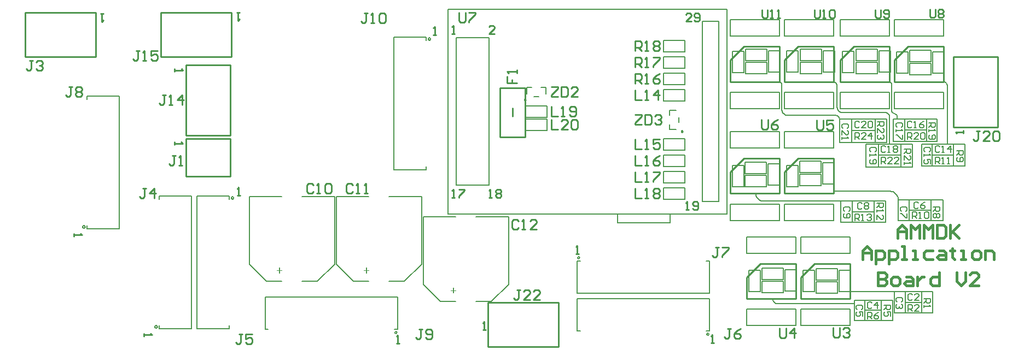
<source format=gto>
G04*
G04 #@! TF.GenerationSoftware,Altium Limited,Altium Designer,18.0.12 (696)*
G04*
G04 Layer_Color=65535*
%FSLAX25Y25*%
%MOIN*%
G70*
G01*
G75*
%ADD10C,0.00600*%
%ADD11C,0.00984*%
%ADD12C,0.01000*%
%ADD13C,0.00787*%
%ADD14C,0.01500*%
%ADD15C,0.00800*%
G36*
X379769Y193985D02*
X381174D01*
Y193392D01*
X379769D01*
Y192000D01*
X379183D01*
Y193392D01*
X377791D01*
Y193985D01*
X379183D01*
Y195377D01*
X379769D01*
Y193985D01*
D02*
G37*
G36*
X326769Y206300D02*
X328174D01*
Y205707D01*
X326769D01*
Y204315D01*
X326183D01*
Y205707D01*
X324791D01*
Y206300D01*
X326183D01*
Y207692D01*
X326769D01*
Y206300D01*
D02*
G37*
G36*
X273769D02*
X275174D01*
Y205707D01*
X273769D01*
Y204315D01*
X273183D01*
Y205707D01*
X271791D01*
Y206300D01*
X273183D01*
Y207692D01*
X273769D01*
Y206300D01*
D02*
G37*
D10*
X579600Y319665D02*
X579147Y320759D01*
X578052Y321213D01*
X680400Y318813D02*
X680217Y319731D01*
X679697Y320510D01*
X678918Y321030D01*
X678000Y321213D01*
X646500Y319765D02*
X646076Y320789D01*
X645052Y321213D01*
X646500Y303400D02*
X646939Y302339D01*
X648000Y301900D01*
X649900Y300000D02*
X649645Y300950D01*
X648950Y301645D01*
X648000Y301900D01*
X613200Y319065D02*
X612912Y320139D01*
X612126Y320925D01*
X611052Y321213D01*
X613200Y305700D02*
X613362Y304680D01*
X613830Y303760D01*
X614560Y303030D01*
X615480Y302561D01*
X616500Y302400D01*
X645300Y299800D02*
X645102Y300795D01*
X644538Y301639D01*
X643695Y302202D01*
X642700Y302400D01*
X579600Y304100D02*
X579766Y303049D01*
X580249Y302101D01*
X581002Y301349D01*
X581949Y300866D01*
X583000Y300700D01*
X614700Y298400D02*
X614525Y299280D01*
X614026Y300026D01*
X613280Y300525D01*
X612400Y300700D01*
X621600Y193100D02*
X621500Y193000D01*
X573900Y188713D02*
X574043Y187813D01*
X574456Y187001D01*
X575101Y186356D01*
X575913Y185943D01*
X576813Y185800D01*
X611100Y254400D02*
X611000Y254300D01*
X650400Y249400D02*
X650304Y250376D01*
X650019Y251313D01*
X649557Y252178D01*
X648936Y252936D01*
X648178Y253557D01*
X647313Y254019D01*
X646376Y254304D01*
X645400Y254400D01*
X563700Y252900D02*
X563810Y251921D01*
X564136Y250991D01*
X564660Y250157D01*
X565357Y249460D01*
X566191Y248936D01*
X567121Y248610D01*
X568100Y248500D01*
X365598Y347370D02*
X365054Y348119D01*
X364174Y347833D01*
Y346907D01*
X365054Y346621D01*
X365598Y347370D01*
X345158Y168189D02*
X344613Y168938D01*
X343733Y168652D01*
Y167726D01*
X344613Y167440D01*
X345158Y168189D01*
X154976Y232630D02*
X154432Y233379D01*
X153552Y233093D01*
Y232167D01*
X154432Y231881D01*
X154976Y232630D01*
X456480Y213811D02*
X455936Y214560D01*
X455056Y214274D01*
Y213348D01*
X455936Y213062D01*
X456480Y213811D01*
X535220Y167189D02*
X534676Y167938D01*
X533796Y167652D01*
Y166726D01*
X534676Y166440D01*
X535220Y167189D01*
X245598Y250370D02*
X245054Y251119D01*
X244174Y250833D01*
Y249907D01*
X245054Y249621D01*
X245598Y250370D01*
X198976Y171630D02*
X198432Y172379D01*
X197552Y172093D01*
Y171167D01*
X198432Y170881D01*
X198976Y171630D01*
X579600Y315300D02*
Y319665D01*
X680400Y283300D02*
Y318813D01*
X646500Y303400D02*
Y319765D01*
X649900Y298500D02*
Y300000D01*
X613200Y305700D02*
Y319065D01*
X616500Y302400D02*
X642700D01*
X645300Y283200D02*
Y299800D01*
X579600Y304100D02*
Y315300D01*
X583000Y300700D02*
X612400D01*
X621600Y193100D02*
X648000D01*
X576813Y185800D02*
X623800D01*
X611100Y254400D02*
X645400D01*
X650400Y249200D02*
Y249400D01*
X568100Y248500D02*
X615600D01*
X654700Y186550D02*
X664700D01*
X654700Y180000D02*
Y193100D01*
X664700Y180000D02*
Y193100D01*
X630200Y181700D02*
X640100D01*
Y175400D02*
Y187800D01*
X630200Y175400D02*
Y187800D01*
X622400Y241950D02*
X635800D01*
Y235400D02*
Y248500D01*
X654400Y291700D02*
X667800D01*
X638500Y276400D02*
X652300D01*
Y269300D02*
Y283200D01*
X638500Y269300D02*
Y283200D01*
X671300Y276500D02*
X684300D01*
X622400Y235400D02*
Y248500D01*
X657200Y242800D02*
X670600D01*
Y236400D02*
Y249200D01*
X657200Y236400D02*
Y249200D01*
X684300Y269700D02*
Y283300D01*
X671300Y269700D02*
Y283300D01*
X667800Y284900D02*
Y298500D01*
X654400Y284900D02*
Y298500D01*
X622000Y291600D02*
X636400D01*
X622000Y284300D02*
Y298400D01*
X636400Y284300D02*
Y298400D01*
X614700Y284300D02*
Y298400D01*
X643600D01*
Y284300D02*
Y298400D01*
X614700Y284300D02*
X643600D01*
X647500Y284900D02*
Y298500D01*
Y284900D02*
X674200D01*
Y298500D01*
X647500D02*
X674200D01*
X648000Y180000D02*
Y193100D01*
Y180000D02*
X671600D01*
Y193100D01*
X648000D02*
X671600D01*
X623800Y175400D02*
Y187800D01*
X647000D01*
Y175400D02*
Y187800D01*
X623800Y175400D02*
X647000D01*
X650400Y249200D02*
X677700D01*
Y236400D02*
Y249200D01*
X650400Y236400D02*
X677700D01*
X650400D02*
Y249200D01*
X615600Y248500D02*
X642900D01*
Y235400D02*
Y248500D01*
X615600Y235400D02*
X642900D01*
X615600D02*
Y248500D01*
X664900Y269700D02*
Y283300D01*
X691200D01*
Y269700D02*
Y283300D01*
X664900Y269700D02*
X691200D01*
X630900Y269300D02*
Y283200D01*
X659300D01*
Y269300D02*
Y283200D01*
X630900Y269300D02*
X659300D01*
X516756Y296500D02*
Y299500D01*
X511244Y300756D02*
Y303906D01*
X515181D01*
X511244Y292094D02*
Y295244D01*
Y292094D02*
X515181D01*
X428500Y312244D02*
X431500D01*
X432756Y317756D02*
X435906D01*
Y313819D02*
Y317756D01*
X424094D02*
X427244D01*
X424094Y313819D02*
Y317756D01*
X548052Y304854D02*
Y314854D01*
X578052D01*
Y304854D02*
Y314854D01*
X548052Y304854D02*
X578052D01*
X548052Y349146D02*
Y359146D01*
X578052D01*
Y349146D02*
Y359146D01*
X548052Y349146D02*
X578052D01*
X581052Y304854D02*
Y314854D01*
X611052D01*
Y304854D02*
Y314854D01*
X581052Y304854D02*
X611052D01*
X581052Y349146D02*
Y359146D01*
X611052D01*
Y349146D02*
Y359146D01*
X581052Y349146D02*
X611052D01*
X615052Y304854D02*
Y314854D01*
X645052D01*
Y304854D02*
Y314854D01*
X615052Y304854D02*
X645052D01*
X615052Y349146D02*
Y359146D01*
X645052D01*
Y349146D02*
Y359146D01*
X615052Y349146D02*
X645052D01*
X648000Y304854D02*
Y314854D01*
X678000D01*
Y304854D02*
Y314854D01*
X648000Y304854D02*
X678000D01*
X648000Y349146D02*
Y359146D01*
X678000D01*
Y349146D02*
Y359146D01*
X648000Y349146D02*
X678000D01*
X511519Y235264D02*
Y240500D01*
X479550Y235264D02*
Y240500D01*
Y235264D02*
X511519D01*
X376125Y365500D02*
X546125D01*
Y240500D02*
Y365500D01*
X376125Y240500D02*
Y365500D01*
Y240500D02*
X546125D01*
X381125Y348000D02*
X401125D01*
Y258000D02*
Y348000D01*
X381125Y258000D02*
X401125D01*
X381125D02*
Y348000D01*
X531125Y358000D02*
X541125D01*
Y248000D02*
Y358000D01*
X531125Y248000D02*
X541125D01*
X531125D02*
Y358000D01*
X548000Y236654D02*
Y246654D01*
X578000D01*
Y236654D02*
Y246654D01*
X548000Y236654D02*
X578000D01*
X548000Y280946D02*
Y290946D01*
X578000D01*
Y280946D02*
Y290946D01*
X548000Y280946D02*
X578000D01*
X581000Y236654D02*
Y246654D01*
X611000D01*
Y236654D02*
Y246654D01*
X581000Y236654D02*
X611000D01*
X581000Y280946D02*
Y290946D01*
X611000D01*
Y280946D02*
Y290946D01*
X581000Y280946D02*
X611000D01*
X558000Y172354D02*
Y182354D01*
X588000D01*
Y172354D02*
Y182354D01*
X558000Y172354D02*
X588000D01*
X558000Y216646D02*
Y226646D01*
X588000D01*
Y216646D02*
Y226646D01*
X558000Y216646D02*
X588000D01*
X591000Y172354D02*
Y182354D01*
X621000D01*
Y172354D02*
Y182354D01*
X591000Y172354D02*
X621000D01*
X591000Y216646D02*
Y226646D01*
X621000D01*
Y216646D02*
Y226646D01*
X591000Y216646D02*
X621000D01*
X557555Y326000D02*
Y333000D01*
X570555Y326000D02*
Y333000D01*
X557555D02*
X570555D01*
X557555Y326000D02*
X570555D01*
X571555Y327000D02*
X578555D01*
X571555Y340000D02*
X578555D01*
X571555Y327000D02*
Y340000D01*
X578555Y327000D02*
Y340000D01*
X590846Y326000D02*
Y333000D01*
X603846Y326000D02*
Y333000D01*
X590846D02*
X603846D01*
X590846Y326000D02*
X603846D01*
X604846Y327000D02*
X611846D01*
X604846Y340000D02*
X611846D01*
X604846Y327000D02*
Y340000D01*
X611846Y327000D02*
Y340000D01*
X624846Y326000D02*
Y333000D01*
X637846Y326000D02*
Y333000D01*
X624846D02*
X637846D01*
X624846Y326000D02*
X637846D01*
X638846Y327000D02*
X645846D01*
X638846Y340000D02*
X645846D01*
X638846Y327000D02*
Y340000D01*
X645846Y327000D02*
Y340000D01*
X520500Y339500D02*
Y346500D01*
X507500Y339500D02*
Y346500D01*
Y339500D02*
X520500D01*
X507500Y346500D02*
X520500D01*
X507500Y329500D02*
Y336500D01*
X520500Y329500D02*
Y336500D01*
X507500D02*
X520500D01*
X507500Y329500D02*
X520500D01*
Y319500D02*
Y326500D01*
X507500Y319500D02*
Y326500D01*
Y319500D02*
X520500D01*
X507500Y326500D02*
X520500D01*
X557154Y257300D02*
Y264300D01*
X570154Y257300D02*
Y264300D01*
X557154D02*
X570154D01*
X557154Y257300D02*
X570154D01*
X571154Y258300D02*
X578154D01*
X571154Y271300D02*
X578154D01*
X571154Y258300D02*
Y271300D01*
X578154Y258300D02*
Y271300D01*
X657500Y325500D02*
Y332500D01*
X670500Y325500D02*
Y332500D01*
X657500D02*
X670500D01*
X657500Y325500D02*
X670500D01*
X590500Y257800D02*
Y264800D01*
X603500Y257800D02*
Y264800D01*
X590500D02*
X603500D01*
X590500Y257800D02*
X603500D01*
X671500Y326500D02*
X678500D01*
X671500Y339500D02*
X678500D01*
X671500Y326500D02*
Y339500D01*
X678500Y326500D02*
Y339500D01*
X604500Y258800D02*
X611500D01*
X604500Y271800D02*
X611500D01*
X604500Y258800D02*
Y271800D01*
X611500Y258800D02*
Y271800D01*
X567500Y192500D02*
Y199500D01*
X580500Y192500D02*
Y199500D01*
X567500D02*
X580500D01*
X567500Y192500D02*
X580500D01*
X581500Y193500D02*
X588500D01*
X581500Y206500D02*
X588500D01*
X581500Y193500D02*
Y206500D01*
X588500Y193500D02*
Y206500D01*
X600500Y192000D02*
Y199000D01*
X613500Y192000D02*
Y199000D01*
X600500D02*
X613500D01*
X600500Y192000D02*
X613500D01*
X614500Y193000D02*
X621500D01*
X614500Y206000D02*
X621500D01*
X614500Y193000D02*
Y206000D01*
X621500Y193000D02*
Y206000D01*
X436500Y291500D02*
Y298500D01*
X423500Y291500D02*
Y298500D01*
Y291500D02*
X436500D01*
X423500Y298500D02*
X436500D01*
X423500Y299500D02*
Y306500D01*
X436500Y299500D02*
Y306500D01*
X423500D02*
X436500D01*
X423500Y299500D02*
X436500D01*
X507500Y249500D02*
Y256500D01*
X520500Y249500D02*
Y256500D01*
X507500D02*
X520500D01*
X507500Y249500D02*
X520500D01*
X507500Y259500D02*
Y266500D01*
X520500Y259500D02*
Y266500D01*
X507500D02*
X520500D01*
X507500Y259500D02*
X520500D01*
X507500Y269500D02*
Y276500D01*
X520500Y269500D02*
Y276500D01*
X507500D02*
X520500D01*
X507500Y269500D02*
X520500D01*
X507500Y279500D02*
Y286500D01*
X520500Y279500D02*
Y286500D01*
X507500D02*
X520500D01*
X507500Y279500D02*
X520500D01*
Y309500D02*
Y316500D01*
X507500Y309500D02*
Y316500D01*
Y309500D02*
X520500D01*
X507500Y316500D02*
X520500D01*
X362843Y346386D02*
Y348354D01*
X343157D02*
X362843D01*
Y267646D02*
Y269614D01*
X343157Y267646D02*
X362843D01*
X343157D02*
Y348354D01*
X343386Y170157D02*
X345354D01*
Y189843D01*
X264646Y170157D02*
X266614D01*
X264646D02*
Y189843D01*
X345354D01*
X156157Y231646D02*
Y233614D01*
Y231646D02*
X175843D01*
X156157Y310386D02*
Y312354D01*
X175843D01*
Y231646D02*
Y312354D01*
X454709Y211843D02*
X456677D01*
X454709Y192157D02*
Y211843D01*
X533449D02*
X535417D01*
Y192157D02*
Y211843D01*
X454709Y192157D02*
X535417D01*
X533449Y169157D02*
X535417D01*
Y188843D01*
X454709Y169157D02*
X456677D01*
X454709D02*
Y188843D01*
X535417D01*
X242843Y249386D02*
Y251354D01*
X223157D02*
X242843D01*
Y170646D02*
Y172614D01*
X223157Y170646D02*
X242843D01*
X223157D02*
Y251354D01*
X200157Y170646D02*
Y172614D01*
Y170646D02*
X219843D01*
X200157Y249386D02*
Y251354D01*
X219843D01*
Y170646D02*
Y251354D01*
X549500Y339846D02*
X556500D01*
X549500Y326846D02*
X556500D01*
Y339846D01*
X549500Y326846D02*
Y339846D01*
X557555Y334000D02*
Y341000D01*
X570555Y334000D02*
Y341000D01*
X557555D02*
X570555D01*
X557555Y334000D02*
X570555D01*
X582500Y340000D02*
X589500D01*
X582500Y327000D02*
X589500D01*
Y340000D01*
X582500Y327000D02*
Y340000D01*
X590846Y334000D02*
Y341000D01*
X603846Y334000D02*
Y341000D01*
X590846D02*
X603846D01*
X590846Y334000D02*
X603846D01*
X616500Y339846D02*
X623500D01*
X616500Y326846D02*
X623500D01*
Y339846D01*
X616500Y326846D02*
Y339846D01*
X624846Y334000D02*
Y341000D01*
X637846Y334000D02*
Y341000D01*
X624846D02*
X637846D01*
X624846Y334000D02*
X637846D01*
X649500Y339500D02*
X656500D01*
X649500Y326500D02*
X656500D01*
Y339500D01*
X649500Y326500D02*
Y339500D01*
X657500Y333500D02*
Y340500D01*
X670500Y333500D02*
Y340500D01*
X657500D02*
X670500D01*
X657500Y333500D02*
X670500D01*
X549500Y270300D02*
X556500D01*
X549500Y257300D02*
X556500D01*
Y270300D01*
X549500Y257300D02*
Y270300D01*
X557154Y265300D02*
Y272300D01*
X570154Y265300D02*
Y272300D01*
X557154D02*
X570154D01*
X557154Y265300D02*
X570154D01*
X582500Y270300D02*
X589500D01*
X582500Y257300D02*
X589500D01*
Y270300D01*
X582500Y257300D02*
Y270300D01*
X590500Y265800D02*
Y272800D01*
X603500Y265800D02*
Y272800D01*
X590500D02*
X603500D01*
X590500Y265800D02*
X603500D01*
X559500Y206000D02*
X566500D01*
X559500Y193000D02*
X566500D01*
Y206000D01*
X559500Y193000D02*
Y206000D01*
X567500Y200500D02*
Y207500D01*
X580500Y200500D02*
Y207500D01*
X567500D02*
X580500D01*
X567500Y200500D02*
X580500D01*
X592500Y206000D02*
X599500D01*
X592500Y193000D02*
X599500D01*
Y206000D01*
X592500Y193000D02*
Y206000D01*
X600500Y200000D02*
Y207000D01*
X613500Y200000D02*
Y207000D01*
X600500D02*
X613500D01*
X600500Y200000D02*
X613500D01*
D11*
X519216Y290913D02*
X518478Y291340D01*
Y290487D01*
X519216Y290913D01*
X423406Y310276D02*
X422667Y310702D01*
Y309849D01*
X423406Y310276D01*
D12*
X548052Y321213D02*
Y334354D01*
X556552Y342787D02*
X578052D01*
X548159Y334394D02*
X556552Y342787D01*
X578052Y321213D02*
Y342787D01*
X548052Y321213D02*
X578052D01*
X581052D02*
Y334354D01*
X589552Y342787D02*
X611052D01*
X581159Y334394D02*
X589552Y342787D01*
X611052Y321213D02*
Y342787D01*
X581052Y321213D02*
X611052D01*
X615052D02*
Y334354D01*
X623552Y342787D02*
X645052D01*
X615159Y334394D02*
X623552Y342787D01*
X645052Y321213D02*
Y342787D01*
X615052Y321213D02*
X645052D01*
X648000D02*
Y334354D01*
X656500Y342787D02*
X678000D01*
X648106Y334394D02*
X656500Y342787D01*
X678000Y321213D02*
Y342787D01*
X648000Y321213D02*
X678000D01*
X548000Y253013D02*
Y266154D01*
X556500Y274587D02*
X578000D01*
X548106Y266194D02*
X556500Y274587D01*
X578000Y253013D02*
Y274587D01*
X548000Y253013D02*
X578000D01*
X581000D02*
Y266154D01*
X589500Y274587D02*
X611000D01*
X581106Y266194D02*
X589500Y274587D01*
X611000Y253013D02*
Y274587D01*
X581000Y253013D02*
X611000D01*
X558000Y188713D02*
Y201854D01*
X566500Y210287D02*
X588000D01*
X558106Y201894D02*
X566500Y210287D01*
X588000Y188713D02*
Y210287D01*
X558000Y188713D02*
X588000D01*
X591000D02*
Y201854D01*
X599500Y210287D02*
X621000D01*
X591106Y201894D02*
X599500Y210287D01*
X621000Y188713D02*
Y210287D01*
X591000Y188713D02*
X621000D01*
X443500Y159500D02*
Y186500D01*
X400500Y159500D02*
X443500D01*
X400500Y186500D02*
X443500D01*
X400500Y159500D02*
Y186500D01*
X684000Y336500D02*
X711000D01*
Y293500D02*
Y336500D01*
X684000Y293500D02*
Y336500D01*
Y293500D02*
X711000D01*
X201000Y336500D02*
Y363500D01*
X244000D01*
X201000Y336500D02*
X244000D01*
Y363500D01*
X216500Y288500D02*
X243500D01*
X216500D02*
Y331500D01*
X243500Y288500D02*
Y331500D01*
X216500D02*
X243500D01*
X118500Y336500D02*
Y363500D01*
X161500D01*
X118500Y336500D02*
X161500D01*
Y363500D01*
X216500Y263500D02*
X243500D01*
X216500D02*
Y286500D01*
X243500D01*
Y263500D02*
Y286500D01*
X423039Y287500D02*
Y317500D01*
X407961Y287500D02*
X423039D01*
X407961D02*
Y317500D01*
X423039D01*
X415500Y300000D02*
Y305000D01*
X367200Y349900D02*
X368866D01*
X368033D01*
Y354898D01*
X367200Y354065D01*
X247700Y251800D02*
X249366D01*
X248533D01*
Y256798D01*
X247700Y255965D01*
X454100Y216200D02*
X455766D01*
X454933D01*
Y221198D01*
X454100Y220365D01*
X536400Y161800D02*
X538066D01*
X537233D01*
Y166798D01*
X536400Y165965D01*
X344700Y161600D02*
X346366D01*
X345533D01*
Y166598D01*
X344700Y165765D01*
X148000Y228600D02*
Y226934D01*
Y227767D01*
X152998D01*
X152165Y228600D01*
X190800Y167600D02*
Y165934D01*
Y166767D01*
X195798D01*
X194965Y167600D01*
X378625Y350500D02*
X380291D01*
X379458D01*
Y355498D01*
X378625Y354665D01*
X401125Y250500D02*
X402791D01*
X401958D01*
Y255498D01*
X401125Y254665D01*
X405290D02*
X406123Y255498D01*
X407790D01*
X408623Y254665D01*
Y253832D01*
X407790Y252999D01*
X408623Y252166D01*
Y251333D01*
X407790Y250500D01*
X406123D01*
X405290Y251333D01*
Y252166D01*
X406123Y252999D01*
X405290Y253832D01*
Y254665D01*
X406123Y252999D02*
X407790D01*
X378625Y250500D02*
X380291D01*
X379458D01*
Y255498D01*
X378625Y254665D01*
X382790Y255498D02*
X386123D01*
Y254665D01*
X382790Y251333D01*
Y250500D01*
X404457Y350500D02*
X401125D01*
X404457Y353832D01*
Y354665D01*
X403624Y355498D01*
X401958D01*
X401125Y354665D01*
X521125Y243000D02*
X522791D01*
X521958D01*
Y247998D01*
X521125Y247165D01*
X525290Y243833D02*
X526123Y243000D01*
X527789D01*
X528623Y243833D01*
Y247165D01*
X527789Y247998D01*
X526123D01*
X525290Y247165D01*
Y246332D01*
X526123Y245499D01*
X528623D01*
X524457Y358000D02*
X521125D01*
X524457Y361332D01*
Y362165D01*
X523624Y362998D01*
X521958D01*
X521125Y362165D01*
X526123Y358833D02*
X526956Y358000D01*
X528623D01*
X529456Y358833D01*
Y362165D01*
X528623Y362998D01*
X526956D01*
X526123Y362165D01*
Y361332D01*
X526956Y360499D01*
X529456D01*
X397400Y169800D02*
X399066D01*
X398233D01*
Y174798D01*
X397400Y173965D01*
X690300Y289800D02*
Y291466D01*
Y290633D01*
X685302D01*
X686135Y289800D01*
X249000Y363500D02*
X247334D01*
X248167D01*
Y358502D01*
X249000Y359335D01*
X209500Y329100D02*
Y327434D01*
Y328267D01*
X214498D01*
X213665Y329100D01*
X166100Y362900D02*
X164434D01*
X165267D01*
Y357902D01*
X166100Y358735D01*
X209400Y284400D02*
Y282734D01*
Y283567D01*
X214398D01*
X213565Y284400D01*
X418999Y235998D02*
X417999Y236998D01*
X416000D01*
X415000Y235998D01*
Y232000D01*
X416000Y231000D01*
X417999D01*
X418999Y232000D01*
X420998Y231000D02*
X422997D01*
X421998D01*
Y236998D01*
X420998Y235998D01*
X429995Y231000D02*
X425996D01*
X429995Y234999D01*
Y235998D01*
X428996Y236998D01*
X426996D01*
X425996Y235998D01*
X490000Y315998D02*
Y310000D01*
X493999D01*
X495998D02*
X497997D01*
X496998D01*
Y315998D01*
X495998Y314998D01*
X503996Y310000D02*
Y315998D01*
X500996Y312999D01*
X504995D01*
X293999Y257998D02*
X292999Y258998D01*
X291000D01*
X290000Y257998D01*
Y254000D01*
X291000Y253000D01*
X292999D01*
X293999Y254000D01*
X295998Y253000D02*
X297997D01*
X296998D01*
Y258998D01*
X295998Y257998D01*
X300996D02*
X301996Y258998D01*
X303995D01*
X304995Y257998D01*
Y254000D01*
X303995Y253000D01*
X301996D01*
X300996Y254000D01*
Y257998D01*
X317999D02*
X316999Y258998D01*
X315000D01*
X314000Y257998D01*
Y254000D01*
X315000Y253000D01*
X316999D01*
X317999Y254000D01*
X319998Y253000D02*
X321997D01*
X320998D01*
Y258998D01*
X319998Y257998D01*
X324996Y253000D02*
X326996D01*
X325996D01*
Y258998D01*
X324996Y257998D01*
X412202Y324599D02*
Y320600D01*
X415201D01*
Y322599D01*
Y320600D01*
X418200D01*
Y326598D02*
Y328597D01*
Y327598D01*
X412202D01*
X413202Y326598D01*
X209999Y275998D02*
X207999D01*
X208999D01*
Y271000D01*
X207999Y270000D01*
X207000D01*
X206000Y271000D01*
X211998Y270000D02*
X213997D01*
X212998D01*
Y275998D01*
X211998Y274998D01*
X122999Y333998D02*
X120999D01*
X121999D01*
Y329000D01*
X120999Y328000D01*
X120000D01*
X119000Y329000D01*
X124998Y332998D02*
X125998Y333998D01*
X127997D01*
X128997Y332998D01*
Y331999D01*
X127997Y330999D01*
X126997D01*
X127997D01*
X128997Y329999D01*
Y329000D01*
X127997Y328000D01*
X125998D01*
X124998Y329000D01*
X203999Y312998D02*
X201999D01*
X202999D01*
Y308000D01*
X201999Y307000D01*
X201000D01*
X200000Y308000D01*
X205998Y307000D02*
X207997D01*
X206998D01*
Y312998D01*
X205998Y311998D01*
X213996Y307000D02*
Y312998D01*
X210996Y309999D01*
X214995D01*
X187999Y339998D02*
X185999D01*
X186999D01*
Y335000D01*
X185999Y334000D01*
X185000D01*
X184000Y335000D01*
X189998Y334000D02*
X191997D01*
X190998D01*
Y339998D01*
X189998Y338998D01*
X198995Y339998D02*
X194996D01*
Y336999D01*
X196996Y337999D01*
X197995D01*
X198995Y336999D01*
Y335000D01*
X197995Y334000D01*
X195996D01*
X194996Y335000D01*
X699999Y290998D02*
X697999D01*
X698999D01*
Y286000D01*
X697999Y285000D01*
X697000D01*
X696000Y286000D01*
X705997Y285000D02*
X701998D01*
X705997Y288999D01*
Y289998D01*
X704997Y290998D01*
X702998D01*
X701998Y289998D01*
X707996D02*
X708996Y290998D01*
X710995D01*
X711995Y289998D01*
Y286000D01*
X710995Y285000D01*
X708996D01*
X707996Y286000D01*
Y289998D01*
X419999Y193998D02*
X417999D01*
X418999D01*
Y189000D01*
X417999Y188000D01*
X417000D01*
X416000Y189000D01*
X425997Y188000D02*
X421998D01*
X425997Y191999D01*
Y192998D01*
X424997Y193998D01*
X422998D01*
X421998Y192998D01*
X431995Y188000D02*
X427996D01*
X431995Y191999D01*
Y192998D01*
X430995Y193998D01*
X428996D01*
X427996Y192998D01*
X490000Y285998D02*
Y280000D01*
X493999D01*
X495998D02*
X497997D01*
X496998D01*
Y285998D01*
X495998Y284998D01*
X504995Y285998D02*
X500996D01*
Y282999D01*
X502996Y283999D01*
X503996D01*
X504995Y282999D01*
Y281000D01*
X503996Y280000D01*
X501996D01*
X500996Y281000D01*
X490000Y275998D02*
Y270000D01*
X493999D01*
X495998D02*
X497997D01*
X496998D01*
Y275998D01*
X495998Y274998D01*
X504995Y275998D02*
X502996Y274998D01*
X500996Y272999D01*
Y271000D01*
X501996Y270000D01*
X503996D01*
X504995Y271000D01*
Y271999D01*
X503996Y272999D01*
X500996D01*
X490000Y265998D02*
Y260000D01*
X493999D01*
X495998D02*
X497997D01*
X496998D01*
Y265998D01*
X495998Y264998D01*
X500996Y265998D02*
X504995D01*
Y264998D01*
X500996Y261000D01*
Y260000D01*
X490000Y255998D02*
Y250000D01*
X493999D01*
X495998D02*
X497997D01*
X496998D01*
Y255998D01*
X495998Y254998D01*
X500996D02*
X501996Y255998D01*
X503996D01*
X504995Y254998D01*
Y253999D01*
X503996Y252999D01*
X504995Y251999D01*
Y251000D01*
X503996Y250000D01*
X501996D01*
X500996Y251000D01*
Y251999D01*
X501996Y252999D01*
X500996Y253999D01*
Y254998D01*
X501996Y252999D02*
X503996D01*
X439000Y305998D02*
Y300000D01*
X442999D01*
X444998D02*
X446997D01*
X445998D01*
Y305998D01*
X444998Y304998D01*
X449996Y301000D02*
X450996Y300000D01*
X452995D01*
X453995Y301000D01*
Y304998D01*
X452995Y305998D01*
X450996D01*
X449996Y304998D01*
Y303999D01*
X450996Y302999D01*
X453995D01*
X439000Y297998D02*
Y292000D01*
X442999D01*
X448997D02*
X444998D01*
X448997Y295999D01*
Y296998D01*
X447997Y297998D01*
X445998D01*
X444998Y296998D01*
X450996D02*
X451996Y297998D01*
X453995D01*
X454995Y296998D01*
Y293000D01*
X453995Y292000D01*
X451996D01*
X450996Y293000D01*
Y296998D01*
X490000Y320000D02*
Y325998D01*
X492999D01*
X493999Y324998D01*
Y322999D01*
X492999Y321999D01*
X490000D01*
X491999D02*
X493999Y320000D01*
X495998D02*
X497997D01*
X496998D01*
Y325998D01*
X495998Y324998D01*
X504995Y325998D02*
X502996Y324998D01*
X500996Y322999D01*
Y321000D01*
X501996Y320000D01*
X503996D01*
X504995Y321000D01*
Y321999D01*
X503996Y322999D01*
X500996D01*
X490000Y330000D02*
Y335998D01*
X492999D01*
X493999Y334998D01*
Y332999D01*
X492999Y331999D01*
X490000D01*
X491999D02*
X493999Y330000D01*
X495998D02*
X497997D01*
X496998D01*
Y335998D01*
X495998Y334998D01*
X500996Y335998D02*
X504995D01*
Y334998D01*
X500996Y331000D01*
Y330000D01*
X490000Y340000D02*
Y345998D01*
X492999D01*
X493999Y344998D01*
Y342999D01*
X492999Y341999D01*
X490000D01*
X491999D02*
X493999Y340000D01*
X495998D02*
X497997D01*
X496998D01*
Y345998D01*
X495998Y344998D01*
X500996D02*
X501996Y345998D01*
X503996D01*
X504995Y344998D01*
Y343999D01*
X503996Y342999D01*
X504995Y341999D01*
Y341000D01*
X503996Y340000D01*
X501996D01*
X500996Y341000D01*
Y341999D01*
X501996Y342999D01*
X500996Y343999D01*
Y344998D01*
X501996Y342999D02*
X503996D01*
X567100Y298198D02*
Y293200D01*
X568100Y292200D01*
X570099D01*
X571099Y293200D01*
Y298198D01*
X577097D02*
X575097Y297198D01*
X573098Y295199D01*
Y293200D01*
X574098Y292200D01*
X576097D01*
X577097Y293200D01*
Y294199D01*
X576097Y295199D01*
X573098D01*
X439000Y317998D02*
X442999D01*
Y316998D01*
X439000Y313000D01*
Y312000D01*
X442999D01*
X444998Y317998D02*
Y312000D01*
X447997D01*
X448997Y313000D01*
Y316998D01*
X447997Y317998D01*
X444998D01*
X454995Y312000D02*
X450996D01*
X454995Y315999D01*
Y316998D01*
X453995Y317998D01*
X451996D01*
X450996Y316998D01*
X490000Y300998D02*
X493999D01*
Y299998D01*
X490000Y296000D01*
Y295000D01*
X493999D01*
X495998Y300998D02*
Y295000D01*
X498997D01*
X499997Y296000D01*
Y299998D01*
X498997Y300998D01*
X495998D01*
X501996Y299998D02*
X502996Y300998D01*
X504995D01*
X505995Y299998D01*
Y298999D01*
X504995Y297999D01*
X503996D01*
X504995D01*
X505995Y296999D01*
Y296000D01*
X504995Y295000D01*
X502996D01*
X501996Y296000D01*
X382900Y363398D02*
Y358400D01*
X383900Y357400D01*
X385899D01*
X386899Y358400D01*
Y363398D01*
X388898D02*
X392897D01*
Y362398D01*
X388898Y358400D01*
Y357400D01*
X540999Y219998D02*
X538999D01*
X539999D01*
Y215000D01*
X538999Y214000D01*
X538000D01*
X537000Y215000D01*
X542998Y219998D02*
X546997D01*
Y218998D01*
X542998Y215000D01*
Y214000D01*
X548499Y170398D02*
X546499D01*
X547499D01*
Y165400D01*
X546499Y164400D01*
X545500D01*
X544500Y165400D01*
X554497Y170398D02*
X552497Y169398D01*
X550498Y167399D01*
Y165400D01*
X551498Y164400D01*
X553497D01*
X554497Y165400D01*
Y166399D01*
X553497Y167399D01*
X550498D01*
X567500Y365298D02*
Y361133D01*
X568333Y360300D01*
X569999D01*
X570832Y361133D01*
Y365298D01*
X572498Y360300D02*
X574164D01*
X573331D01*
Y365298D01*
X572498Y364465D01*
X576664Y360300D02*
X578330D01*
X577497D01*
Y365298D01*
X576664Y364465D01*
X669800Y365398D02*
Y361233D01*
X670633Y360400D01*
X672299D01*
X673132Y361233D01*
Y365398D01*
X674798Y364565D02*
X675631Y365398D01*
X677298D01*
X678131Y364565D01*
Y363732D01*
X677298Y362899D01*
X678131Y362066D01*
Y361233D01*
X677298Y360400D01*
X675631D01*
X674798Y361233D01*
Y362066D01*
X675631Y362899D01*
X674798Y363732D01*
Y364565D01*
X675631Y362899D02*
X677298D01*
X636600Y365298D02*
Y361133D01*
X637433Y360300D01*
X639099D01*
X639932Y361133D01*
Y365298D01*
X641598Y361133D02*
X642431Y360300D01*
X644098D01*
X644931Y361133D01*
Y364465D01*
X644098Y365298D01*
X642431D01*
X641598Y364465D01*
Y363632D01*
X642431Y362799D01*
X644931D01*
X599400Y365298D02*
Y361133D01*
X600233Y360300D01*
X601899D01*
X602732Y361133D01*
Y365298D01*
X604398Y360300D02*
X606065D01*
X605231D01*
Y365298D01*
X604398Y364465D01*
X608564D02*
X609397Y365298D01*
X611063D01*
X611896Y364465D01*
Y361133D01*
X611063Y360300D01*
X609397D01*
X608564Y361133D01*
Y364465D01*
X600700Y297898D02*
Y292900D01*
X601700Y291900D01*
X603699D01*
X604699Y292900D01*
Y297898D01*
X610697D02*
X606698D01*
Y294899D01*
X608697Y295899D01*
X609697D01*
X610697Y294899D01*
Y292900D01*
X609697Y291900D01*
X607698D01*
X606698Y292900D01*
X578000Y170798D02*
Y165800D01*
X579000Y164800D01*
X580999D01*
X581999Y165800D01*
Y170798D01*
X586997Y164800D02*
Y170798D01*
X583998Y167799D01*
X587997D01*
X610900Y170998D02*
Y166000D01*
X611900Y165000D01*
X613899D01*
X614899Y166000D01*
Y170998D01*
X616898Y169998D02*
X617898Y170998D01*
X619897D01*
X620897Y169998D01*
Y168999D01*
X619897Y167999D01*
X618897D01*
X619897D01*
X620897Y166999D01*
Y166000D01*
X619897Y165000D01*
X617898D01*
X616898Y166000D01*
X250799Y167098D02*
X248799D01*
X249799D01*
Y162100D01*
X248799Y161100D01*
X247800D01*
X246800Y162100D01*
X256797Y167098D02*
X252798D01*
Y164099D01*
X254797Y165099D01*
X255797D01*
X256797Y164099D01*
Y162100D01*
X255797Y161100D01*
X253798D01*
X252798Y162100D01*
X191999Y255998D02*
X189999D01*
X190999D01*
Y251000D01*
X189999Y250000D01*
X189000D01*
X188000Y251000D01*
X196997Y250000D02*
Y255998D01*
X193998Y252999D01*
X197997D01*
X327099Y362998D02*
X325099D01*
X326099D01*
Y358000D01*
X325099Y357000D01*
X324100D01*
X323100Y358000D01*
X329098Y357000D02*
X331097D01*
X330098D01*
Y362998D01*
X329098Y361998D01*
X334096D02*
X335096Y362998D01*
X337095D01*
X338095Y361998D01*
Y358000D01*
X337095Y357000D01*
X335096D01*
X334096Y358000D01*
Y361998D01*
X360399Y170098D02*
X358399D01*
X359399D01*
Y165100D01*
X358399Y164100D01*
X357400D01*
X356400Y165100D01*
X362398D02*
X363398Y164100D01*
X365397D01*
X366397Y165100D01*
Y169098D01*
X365397Y170098D01*
X363398D01*
X362398Y169098D01*
Y168099D01*
X363398Y167099D01*
X366397D01*
X146999Y317998D02*
X144999D01*
X145999D01*
Y313000D01*
X144999Y312000D01*
X144000D01*
X143000Y313000D01*
X148998Y316998D02*
X149998Y317998D01*
X151997D01*
X152997Y316998D01*
Y315999D01*
X151997Y314999D01*
X152997Y313999D01*
Y313000D01*
X151997Y312000D01*
X149998D01*
X148998Y313000D01*
Y313999D01*
X149998Y314999D01*
X148998Y315999D01*
Y316998D01*
X149998Y314999D02*
X151997D01*
D13*
X371498Y187016D02*
X380799D01*
X361016Y197498D02*
X371498Y187016D01*
X402502D02*
X412984Y197498D01*
X393201Y187016D02*
X402502D01*
X361016Y197498D02*
Y238984D01*
X380799D01*
X393201D02*
X412984D01*
Y197498D02*
Y238984D01*
X318498Y199331D02*
X327799D01*
X308016Y209813D02*
X318498Y199331D01*
X349502D02*
X359984Y209813D01*
X340201Y199331D02*
X349502D01*
X308016Y209813D02*
Y251299D01*
X327799D01*
X340201D02*
X359984D01*
Y209813D02*
Y251299D01*
X265498Y199331D02*
X274799D01*
X255016Y209813D02*
X265498Y199331D01*
X296502D02*
X306984Y209813D01*
X287201Y199331D02*
X296502D01*
X255016Y209813D02*
Y251299D01*
X274799D01*
X287201D02*
X306984D01*
Y209813D02*
Y251299D01*
D14*
X650039Y225930D02*
Y231262D01*
X652705Y233927D01*
X655371Y231262D01*
Y225930D01*
Y229929D01*
X650039D01*
X658037Y225930D02*
Y233927D01*
X660703Y231262D01*
X663368Y233927D01*
Y225930D01*
X666034D02*
Y233927D01*
X668700Y231262D01*
X671366Y233927D01*
Y225930D01*
X674032Y233927D02*
Y225930D01*
X678030D01*
X679363Y227263D01*
Y232595D01*
X678030Y233927D01*
X674032D01*
X682029D02*
Y225930D01*
Y228596D01*
X687361Y233927D01*
X683362Y229929D01*
X687361Y225930D01*
X628713Y212733D02*
Y218065D01*
X631379Y220731D01*
X634045Y218065D01*
Y212733D01*
Y216732D01*
X628713D01*
X636710Y210067D02*
Y218065D01*
X640709D01*
X642042Y216732D01*
Y214066D01*
X640709Y212733D01*
X636710D01*
X644708Y210067D02*
Y218065D01*
X648706D01*
X650039Y216732D01*
Y214066D01*
X648706Y212733D01*
X644708D01*
X652705D02*
X655371D01*
X654038D01*
Y220731D01*
X652705D01*
X659370Y212733D02*
X662036D01*
X660703D01*
Y218065D01*
X659370D01*
X671366D02*
X667367D01*
X666034Y216732D01*
Y214066D01*
X667367Y212733D01*
X671366D01*
X675364Y218065D02*
X678030D01*
X679363Y216732D01*
Y212733D01*
X675364D01*
X674032Y214066D01*
X675364Y215399D01*
X679363D01*
X683362Y219398D02*
Y218065D01*
X682029D01*
X684695D01*
X683362D01*
Y214066D01*
X684695Y212733D01*
X688694D02*
X691359D01*
X690026D01*
Y218065D01*
X688694D01*
X696691Y212733D02*
X699357D01*
X700690Y214066D01*
Y216732D01*
X699357Y218065D01*
X696691D01*
X695358Y216732D01*
Y214066D01*
X696691Y212733D01*
X703356D02*
Y218065D01*
X707354D01*
X708687Y216732D01*
Y212733D01*
X638043Y204868D02*
Y196871D01*
X642042D01*
X643375Y198203D01*
Y199536D01*
X642042Y200869D01*
X638043D01*
X642042D01*
X643375Y202202D01*
Y203535D01*
X642042Y204868D01*
X638043D01*
X647374Y196871D02*
X650039D01*
X651372Y198203D01*
Y200869D01*
X650039Y202202D01*
X647374D01*
X646041Y200869D01*
Y198203D01*
X647374Y196871D01*
X655371Y202202D02*
X658037D01*
X659370Y200869D01*
Y196871D01*
X655371D01*
X654038Y198203D01*
X655371Y199536D01*
X659370D01*
X662036Y202202D02*
Y196871D01*
Y199536D01*
X663368Y200869D01*
X664701Y202202D01*
X666034D01*
X675364Y204868D02*
Y196871D01*
X671366D01*
X670033Y198203D01*
Y200869D01*
X671366Y202202D01*
X675364D01*
X686028Y204868D02*
Y199536D01*
X688694Y196871D01*
X691359Y199536D01*
Y204868D01*
X699357Y196871D02*
X694025D01*
X699357Y202202D01*
Y203535D01*
X698024Y204868D01*
X695358D01*
X694025Y203535D01*
D15*
X624000Y286000D02*
Y289999D01*
X625999D01*
X626666Y289332D01*
Y287999D01*
X625999Y287333D01*
X624000D01*
X625333D02*
X626666Y286000D01*
X630664D02*
X627999D01*
X630664Y288666D01*
Y289332D01*
X629998Y289999D01*
X628665D01*
X627999Y289332D01*
X633997Y286000D02*
Y289999D01*
X631997Y287999D01*
X634663D01*
X637900Y296800D02*
X641899D01*
Y294801D01*
X641232Y294134D01*
X639899D01*
X639233Y294801D01*
Y296800D01*
Y295467D02*
X637900Y294134D01*
Y290136D02*
Y292801D01*
X640566Y290136D01*
X641232D01*
X641899Y290802D01*
Y292135D01*
X641232Y292801D01*
Y288803D02*
X641899Y288136D01*
Y286803D01*
X641232Y286137D01*
X640566D01*
X639899Y286803D01*
Y287470D01*
Y286803D01*
X639233Y286137D01*
X638566D01*
X637900Y286803D01*
Y288136D01*
X638566Y288803D01*
X640000Y271000D02*
Y274999D01*
X641999D01*
X642666Y274332D01*
Y272999D01*
X641999Y272333D01*
X640000D01*
X641333D02*
X642666Y271000D01*
X646664D02*
X643999D01*
X646664Y273666D01*
Y274332D01*
X645998Y274999D01*
X644665D01*
X643999Y274332D01*
X650663Y271000D02*
X647997D01*
X650663Y273666D01*
Y274332D01*
X649997Y274999D01*
X648664D01*
X647997Y274332D01*
X654000Y280000D02*
X657999D01*
Y278001D01*
X657332Y277334D01*
X655999D01*
X655333Y278001D01*
Y280000D01*
Y278667D02*
X654000Y277334D01*
Y273336D02*
Y276001D01*
X656666Y273336D01*
X657332D01*
X657999Y274002D01*
Y275335D01*
X657332Y276001D01*
X654000Y272003D02*
Y270670D01*
Y271336D01*
X657999D01*
X657332Y272003D01*
X656000Y286000D02*
Y289999D01*
X657999D01*
X658666Y289332D01*
Y287999D01*
X657999Y287333D01*
X656000D01*
X657333D02*
X658666Y286000D01*
X662665D02*
X659999D01*
X662665Y288666D01*
Y289332D01*
X661998Y289999D01*
X660665D01*
X659999Y289332D01*
X663997D02*
X664664Y289999D01*
X665997D01*
X666663Y289332D01*
Y286666D01*
X665997Y286000D01*
X664664D01*
X663997Y286666D01*
Y289332D01*
X669000Y296000D02*
X672999D01*
Y294001D01*
X672332Y293334D01*
X670999D01*
X670333Y294001D01*
Y296000D01*
Y294667D02*
X669000Y293334D01*
Y292001D02*
Y290668D01*
Y291335D01*
X672999D01*
X672332Y292001D01*
X669666Y288669D02*
X669000Y288003D01*
Y286670D01*
X669666Y286003D01*
X672332D01*
X672999Y286670D01*
Y288003D01*
X672332Y288669D01*
X671666D01*
X670999Y288003D01*
Y286003D01*
X673000Y271000D02*
Y274999D01*
X674999D01*
X675666Y274332D01*
Y272999D01*
X674999Y272333D01*
X673000D01*
X674333D02*
X675666Y271000D01*
X676999D02*
X678332D01*
X677665D01*
Y274999D01*
X676999Y274332D01*
X680331Y271000D02*
X681664D01*
X680997D01*
Y274999D01*
X680331Y274332D01*
X619432Y292934D02*
X620099Y293601D01*
Y294934D01*
X619432Y295600D01*
X616766D01*
X616100Y294934D01*
Y293601D01*
X616766Y292934D01*
X616100Y288935D02*
Y291601D01*
X618766Y288935D01*
X619432D01*
X620099Y289602D01*
Y290935D01*
X619432Y291601D01*
X616100Y287603D02*
Y286270D01*
Y286936D01*
X620099D01*
X619432Y287603D01*
X626666Y296332D02*
X625999Y296999D01*
X624666D01*
X624000Y296332D01*
Y293666D01*
X624666Y293000D01*
X625999D01*
X626666Y293666D01*
X630664Y293000D02*
X627999D01*
X630664Y295666D01*
Y296332D01*
X629998Y296999D01*
X628665D01*
X627999Y296332D01*
X631997D02*
X632664Y296999D01*
X633997D01*
X634663Y296332D01*
Y293666D01*
X633997Y293000D01*
X632664D01*
X631997Y293666D01*
Y296332D01*
X636332Y278334D02*
X636999Y279001D01*
Y280334D01*
X636332Y281000D01*
X633666D01*
X633000Y280334D01*
Y279001D01*
X633666Y278334D01*
X633000Y277001D02*
Y275668D01*
Y276335D01*
X636999D01*
X636332Y277001D01*
X633666Y273669D02*
X633000Y273003D01*
Y271670D01*
X633666Y271003D01*
X636332D01*
X636999Y271670D01*
Y273003D01*
X636332Y273669D01*
X635666D01*
X634999Y273003D01*
Y271003D01*
X642666Y281332D02*
X641999Y281999D01*
X640666D01*
X640000Y281332D01*
Y278666D01*
X640666Y278000D01*
X641999D01*
X642666Y278666D01*
X643999Y278000D02*
X645332D01*
X644665D01*
Y281999D01*
X643999Y281332D01*
X647331D02*
X647997Y281999D01*
X649330D01*
X649997Y281332D01*
Y280666D01*
X649330Y279999D01*
X649997Y279333D01*
Y278666D01*
X649330Y278000D01*
X647997D01*
X647331Y278666D01*
Y279333D01*
X647997Y279999D01*
X647331Y280666D01*
Y281332D01*
X647997Y279999D02*
X649330D01*
X652332Y293334D02*
X652999Y294001D01*
Y295334D01*
X652332Y296000D01*
X649666D01*
X649000Y295334D01*
Y294001D01*
X649666Y293334D01*
X649000Y292001D02*
Y290668D01*
Y291335D01*
X652999D01*
X652332Y292001D01*
X652999Y288669D02*
Y286003D01*
X652332D01*
X649666Y288669D01*
X649000D01*
X658666Y296332D02*
X657999Y296999D01*
X656666D01*
X656000Y296332D01*
Y293666D01*
X656666Y293000D01*
X657999D01*
X658666Y293666D01*
X659999Y293000D02*
X661332D01*
X660665D01*
Y296999D01*
X659999Y296332D01*
X665997Y296999D02*
X664664Y296332D01*
X663331Y294999D01*
Y293666D01*
X663997Y293000D01*
X665330D01*
X665997Y293666D01*
Y294333D01*
X665330Y294999D01*
X663331D01*
X669332Y278334D02*
X669999Y279001D01*
Y280334D01*
X669332Y281000D01*
X666666D01*
X666000Y280334D01*
Y279001D01*
X666666Y278334D01*
X666000Y277001D02*
Y275668D01*
Y276335D01*
X669999D01*
X669332Y277001D01*
X669999Y271003D02*
Y273669D01*
X667999D01*
X668666Y272336D01*
Y271670D01*
X667999Y271003D01*
X666666D01*
X666000Y271670D01*
Y273003D01*
X666666Y273669D01*
X675666Y281332D02*
X674999Y281999D01*
X673666D01*
X673000Y281332D01*
Y278666D01*
X673666Y278000D01*
X674999D01*
X675666Y278666D01*
X676999Y278000D02*
X678332D01*
X677665D01*
Y281999D01*
X676999Y281332D01*
X682330Y278000D02*
Y281999D01*
X680331Y279999D01*
X682997D01*
X659066Y191132D02*
X658399Y191799D01*
X657066D01*
X656400Y191132D01*
Y188467D01*
X657066Y187800D01*
X658399D01*
X659066Y188467D01*
X663064Y187800D02*
X660399D01*
X663064Y190466D01*
Y191132D01*
X662398Y191799D01*
X661065D01*
X660399Y191132D01*
X649968Y186834D02*
X649301Y187501D01*
Y188833D01*
X649968Y189500D01*
X652634D01*
X653300Y188833D01*
Y187501D01*
X652634Y186834D01*
X649968Y185501D02*
X649301Y184835D01*
Y183502D01*
X649968Y182835D01*
X650634D01*
X651301Y183502D01*
Y184168D01*
Y183502D01*
X651967Y182835D01*
X652634D01*
X653300Y183502D01*
Y184835D01*
X652634Y185501D01*
X634366Y186032D02*
X633699Y186699D01*
X632366D01*
X631700Y186032D01*
Y183367D01*
X632366Y182700D01*
X633699D01*
X634366Y183367D01*
X637698Y182700D02*
Y186699D01*
X635699Y184699D01*
X638365D01*
X628032Y182034D02*
X628699Y182701D01*
Y184034D01*
X628032Y184700D01*
X625366D01*
X624700Y184034D01*
Y182701D01*
X625366Y182034D01*
X628699Y178035D02*
Y180701D01*
X626699D01*
X627366Y179368D01*
Y178702D01*
X626699Y178035D01*
X625366D01*
X624700Y178702D01*
Y180035D01*
X625366Y180701D01*
X662666Y247132D02*
X661999Y247799D01*
X660666D01*
X660000Y247132D01*
Y244466D01*
X660666Y243800D01*
X661999D01*
X662666Y244466D01*
X666665Y247799D02*
X665332Y247132D01*
X663999Y245799D01*
Y244466D01*
X664665Y243800D01*
X665998D01*
X666665Y244466D01*
Y245133D01*
X665998Y245799D01*
X663999D01*
X655232Y242234D02*
X655899Y242901D01*
Y244234D01*
X655232Y244900D01*
X652566D01*
X651900Y244234D01*
Y242901D01*
X652566Y242234D01*
X655899Y240901D02*
Y238235D01*
X655232D01*
X652566Y240901D01*
X651900D01*
X628566Y246732D02*
X627899Y247399D01*
X626566D01*
X625900Y246732D01*
Y244066D01*
X626566Y243400D01*
X627899D01*
X628566Y244066D01*
X629899Y246732D02*
X630565Y247399D01*
X631898D01*
X632564Y246732D01*
Y246066D01*
X631898Y245399D01*
X632564Y244733D01*
Y244066D01*
X631898Y243400D01*
X630565D01*
X629899Y244066D01*
Y244733D01*
X630565Y245399D01*
X629899Y246066D01*
Y246732D01*
X630565Y245399D02*
X631898D01*
X620332Y242134D02*
X620999Y242801D01*
Y244134D01*
X620332Y244800D01*
X617666D01*
X617000Y244134D01*
Y242801D01*
X617666Y242134D01*
Y240801D02*
X617000Y240135D01*
Y238802D01*
X617666Y238136D01*
X620332D01*
X620999Y238802D01*
Y240135D01*
X620332Y240801D01*
X619666D01*
X618999Y240135D01*
Y238136D01*
X666300Y188800D02*
X670299D01*
Y186801D01*
X669632Y186134D01*
X668299D01*
X667633Y186801D01*
Y188800D01*
Y187467D02*
X666300Y186134D01*
Y184801D02*
Y183468D01*
Y184135D01*
X670299D01*
X669632Y184801D01*
X656500Y181200D02*
Y185199D01*
X658499D01*
X659166Y184532D01*
Y183199D01*
X658499Y182533D01*
X656500D01*
X657833D02*
X659166Y181200D01*
X663165D02*
X660499D01*
X663165Y183866D01*
Y184532D01*
X662498Y185199D01*
X661165D01*
X660499Y184532D01*
X641700Y184700D02*
X645699D01*
Y182701D01*
X645032Y182034D01*
X643699D01*
X643033Y182701D01*
Y184700D01*
Y183367D02*
X641700Y182034D01*
X645699Y178035D02*
Y180701D01*
X643699D01*
X644366Y179368D01*
Y178702D01*
X643699Y178035D01*
X642366D01*
X641700Y178702D01*
Y180035D01*
X642366Y180701D01*
X631700Y176500D02*
Y180499D01*
X633699D01*
X634366Y179832D01*
Y178499D01*
X633699Y177833D01*
X631700D01*
X633033D02*
X634366Y176500D01*
X638365Y180499D02*
X637032Y179832D01*
X635699Y178499D01*
Y177166D01*
X636365Y176500D01*
X637698D01*
X638365Y177166D01*
Y177833D01*
X637698Y178499D01*
X635699D01*
X671900Y244800D02*
X675899D01*
Y242801D01*
X675232Y242134D01*
X673899D01*
X673233Y242801D01*
Y244800D01*
Y243467D02*
X671900Y242134D01*
X675232Y240801D02*
X675899Y240135D01*
Y238802D01*
X675232Y238136D01*
X674566D01*
X673899Y238802D01*
X673233Y238136D01*
X672566D01*
X671900Y238802D01*
Y240135D01*
X672566Y240801D01*
X673233D01*
X673899Y240135D01*
X674566Y240801D01*
X675232D01*
X673899Y240135D02*
Y238802D01*
X659000Y237800D02*
Y241799D01*
X660999D01*
X661666Y241132D01*
Y239799D01*
X660999Y239133D01*
X659000D01*
X660333D02*
X661666Y237800D01*
X662999D02*
X664332D01*
X663665D01*
Y241799D01*
X662999Y241132D01*
X666331D02*
X666997Y241799D01*
X668330D01*
X668997Y241132D01*
Y238466D01*
X668330Y237800D01*
X666997D01*
X666331Y238466D01*
Y241132D01*
X637600Y247000D02*
X641599D01*
Y245001D01*
X640932Y244334D01*
X639599D01*
X638933Y245001D01*
Y247000D01*
Y245667D02*
X637600Y244334D01*
Y243001D02*
Y241668D01*
Y242335D01*
X641599D01*
X640932Y243001D01*
X637600Y237003D02*
Y239669D01*
X640266Y237003D01*
X640932D01*
X641599Y237670D01*
Y239003D01*
X640932Y239669D01*
X624300Y236600D02*
Y240599D01*
X626299D01*
X626966Y239932D01*
Y238599D01*
X626299Y237933D01*
X624300D01*
X625633D02*
X626966Y236600D01*
X628299D02*
X629632D01*
X628965D01*
Y240599D01*
X628299Y239932D01*
X631631D02*
X632297Y240599D01*
X633630D01*
X634297Y239932D01*
Y239266D01*
X633630Y238599D01*
X632964D01*
X633630D01*
X634297Y237933D01*
Y237266D01*
X633630Y236600D01*
X632297D01*
X631631Y237266D01*
X686000Y279000D02*
X689999D01*
Y277001D01*
X689332Y276334D01*
X687999D01*
X687333Y277001D01*
Y279000D01*
Y277667D02*
X686000Y276334D01*
X686666Y275001D02*
X686000Y274335D01*
Y273002D01*
X686666Y272336D01*
X689332D01*
X689999Y273002D01*
Y274335D01*
X689332Y275001D01*
X688666D01*
X687999Y274335D01*
Y272336D01*
M02*

</source>
